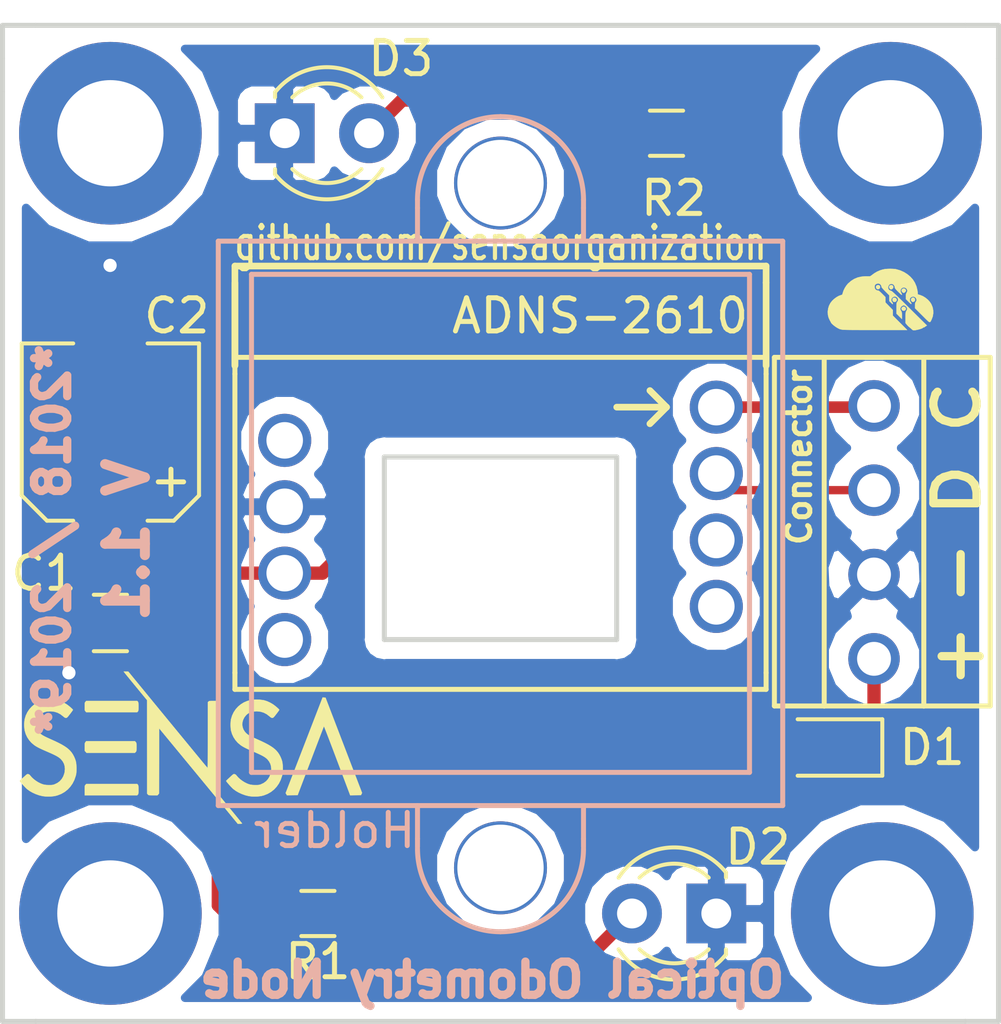
<source format=kicad_pcb>
(kicad_pcb (version 20171130) (host pcbnew 5.0.0-fee4fd1~66~ubuntu18.04.1)

  (general
    (thickness 1.6)
    (drawings 27)
    (tracks 40)
    (zones 0)
    (modules 16)
    (nets 8)
  )

  (page A4)
  (layers
    (0 F.Cu signal)
    (31 B.Cu signal)
    (32 B.Adhes user)
    (33 F.Adhes user)
    (34 B.Paste user)
    (35 F.Paste user)
    (36 B.SilkS user)
    (37 F.SilkS user)
    (38 B.Mask user hide)
    (39 F.Mask user)
    (40 Dwgs.User user)
    (41 Cmts.User user)
    (42 Eco1.User user)
    (43 Eco2.User user hide)
    (44 Edge.Cuts user)
    (45 Margin user)
    (46 B.CrtYd user hide)
    (47 F.CrtYd user hide)
    (48 B.Fab user)
    (49 F.Fab user hide)
  )

  (setup
    (last_trace_width 0.25)
    (user_trace_width 0.5)
    (user_trace_width 0.8)
    (user_trace_width 1)
    (user_trace_width 1.5)
    (trace_clearance 0.2)
    (zone_clearance 0.508)
    (zone_45_only no)
    (trace_min 0.2)
    (segment_width 0.2)
    (edge_width 0.15)
    (via_size 0.6)
    (via_drill 0.4)
    (via_min_size 0.4)
    (via_min_drill 0.3)
    (uvia_size 0.3)
    (uvia_drill 0.1)
    (uvias_allowed no)
    (uvia_min_size 0.2)
    (uvia_min_drill 0.1)
    (pcb_text_width 0.3)
    (pcb_text_size 1.5 1.5)
    (mod_edge_width 0.15)
    (mod_text_size 1 1)
    (mod_text_width 0.15)
    (pad_size 1.55 1.55)
    (pad_drill 1.02)
    (pad_to_mask_clearance 0.2)
    (aux_axis_origin 0 0)
    (grid_origin 0 0.5)
    (visible_elements FFFEF77F)
    (pcbplotparams
      (layerselection 0x00030_80000001)
      (usegerberextensions false)
      (usegerberattributes false)
      (usegerberadvancedattributes false)
      (creategerberjobfile false)
      (excludeedgelayer true)
      (linewidth 0.100000)
      (plotframeref false)
      (viasonmask false)
      (mode 1)
      (useauxorigin false)
      (hpglpennumber 1)
      (hpglpenspeed 20)
      (hpglpendiameter 15.000000)
      (psnegative false)
      (psa4output false)
      (plotreference true)
      (plotvalue true)
      (plotinvisibletext false)
      (padsonsilk false)
      (subtractmaskfromsilk false)
      (outputformat 1)
      (mirror false)
      (drillshape 1)
      (scaleselection 1)
      (outputdirectory ""))
  )

  (net 0 "")
  (net 1 "Net-(D2-Pad2)")
  (net 2 "Net-(D3-Pad2)")
  (net 3 "Net-(A1-Pad1)")
  (net 4 "Net-(A1-Pad2)")
  (net 5 "Net-(A1-Pad3)")
  (net 6 "Net-(A1-Pad4)")
  (net 7 "Net-(B1-Pad7)")

  (net_class Default "This is the default net class."
    (clearance 0.2)
    (trace_width 0.25)
    (via_dia 0.6)
    (via_drill 0.4)
    (uvia_dia 0.3)
    (uvia_drill 0.1)
    (add_net "Net-(A1-Pad1)")
    (add_net "Net-(A1-Pad2)")
    (add_net "Net-(A1-Pad3)")
    (add_net "Net-(A1-Pad4)")
    (add_net "Net-(B1-Pad7)")
    (add_net "Net-(D2-Pad2)")
    (add_net "Net-(D3-Pad2)")
  )

  (module Capacitors_SMD:CP_Elec_5x5.7 (layer F.Cu) (tedit 58AA8AEF) (tstamp 5B7E79B1)
    (at 156.25 81.5 90)
    (descr "SMT capacitor, aluminium electrolytic, 5x5.7")
    (path /5B7D2D3E)
    (attr smd)
    (fp_text reference C1 (at -4.25 -2 180) (layer F.SilkS)
      (effects (font (size 1 1) (thickness 0.15)))
    )
    (fp_text value "25V 10uf" (at 0 -3.92 90) (layer F.Fab)
      (effects (font (size 1 1) (thickness 0.15)))
    )
    (fp_line (start 3.95 2.76) (end -3.95 2.76) (layer F.CrtYd) (width 0.05))
    (fp_line (start 3.95 2.76) (end 3.95 -2.77) (layer F.CrtYd) (width 0.05))
    (fp_line (start -3.95 -2.77) (end -3.95 2.76) (layer F.CrtYd) (width 0.05))
    (fp_line (start -3.95 -2.77) (end 3.95 -2.77) (layer F.CrtYd) (width 0.05))
    (fp_line (start -1.91 2.67) (end 2.67 2.67) (layer F.SilkS) (width 0.12))
    (fp_line (start -2.67 1.91) (end -1.91 2.67) (layer F.SilkS) (width 0.12))
    (fp_line (start -1.91 -2.67) (end -2.67 -1.91) (layer F.SilkS) (width 0.12))
    (fp_line (start 2.67 -2.67) (end -1.91 -2.67) (layer F.SilkS) (width 0.12))
    (fp_line (start -2.67 1.91) (end -2.67 1.12) (layer F.SilkS) (width 0.12))
    (fp_line (start -2.67 -1.91) (end -2.67 -1.12) (layer F.SilkS) (width 0.12))
    (fp_line (start 2.67 -2.67) (end 2.67 -1.12) (layer F.SilkS) (width 0.12))
    (fp_line (start 2.67 2.67) (end 2.67 1.12) (layer F.SilkS) (width 0.12))
    (fp_line (start 2.51 -2.51) (end -1.84 -2.51) (layer F.Fab) (width 0.1))
    (fp_line (start -1.84 -2.51) (end -2.51 -1.84) (layer F.Fab) (width 0.1))
    (fp_line (start -2.51 -1.84) (end -2.51 1.84) (layer F.Fab) (width 0.1))
    (fp_line (start -2.51 1.84) (end -1.84 2.51) (layer F.Fab) (width 0.1))
    (fp_line (start -1.84 2.51) (end 2.51 2.51) (layer F.Fab) (width 0.1))
    (fp_line (start 2.51 2.51) (end 2.51 -2.51) (layer F.Fab) (width 0.1))
    (fp_text user %R (at 0 3.92 90) (layer F.Fab)
      (effects (font (size 1 1) (thickness 0.15)))
    )
    (fp_text user + (at -1.5 1.75 90) (layer F.SilkS)
      (effects (font (size 1 1) (thickness 0.15)))
    )
    (fp_text user + (at -1.4 -0.06 90) (layer F.Fab)
      (effects (font (size 1 1) (thickness 0.15)))
    )
    (fp_circle (center 0 0) (end 0 2.4) (layer F.Fab) (width 0.1))
    (pad 2 smd rect (at 2.2 0 270) (size 3 1.6) (layers F.Cu F.Paste F.Mask)
      (net 4 "Net-(A1-Pad2)"))
    (pad 1 smd rect (at -2.2 0 270) (size 3 1.6) (layers F.Cu F.Paste F.Mask)
      (net 7 "Net-(B1-Pad7)"))
    (model Capacitors_SMD.3dshapes/CP_Elec_5x5.7.wrl
      (at (xyz 0 0 0))
      (scale (xyz 1 1 1))
      (rotate (xyz 0 0 180))
    )
  )

  (module pcb_v1:Conection1 (layer F.Cu) (tedit 5B7E97F9) (tstamp 5B7E7CC7)
    (at 179.25 83.25 90)
    (path /5B7D04CE)
    (fp_text reference Connector (at 1 -2.25 90) (layer F.SilkS)
      (effects (font (size 0.7 0.7) (thickness 0.15)))
    )
    (fp_text value Conector (at -2 -2 90) (layer F.Fab)
      (effects (font (size 0.7 0.7) (thickness 0.15)))
    )
    (fp_line (start 4 -1) (end 4 1) (layer F.SilkS) (width 0.15))
    (fp_line (start 4 1) (end 4 1.5) (layer F.SilkS) (width 0.15))
    (fp_line (start 4 -1.5) (end 4 -1) (layer F.SilkS) (width 0.15))
    (fp_line (start -6.5 1.5) (end -6.5 -1.5) (layer F.SilkS) (width 0.15))
    (fp_line (start 4 -1.5) (end -6.5 -1.5) (layer F.SilkS) (width 0.15))
    (fp_line (start -6.5 1.5) (end 4 1.5) (layer F.SilkS) (width 0.15))
    (fp_line (start -6.5 1.5) (end -6.5 3.5) (layer F.SilkS) (width 0.15))
    (fp_line (start -6.5 3.5) (end 4 3.5) (layer F.SilkS) (width 0.15))
    (fp_line (start 4 3.5) (end 4 1.5) (layer F.SilkS) (width 0.15))
    (fp_text user + (at -5 2.5 90) (layer F.SilkS)
      (effects (font (size 1.5 1.5) (thickness 0.25)))
    )
    (fp_text user - (at -2.5 2.5 90) (layer F.SilkS)
      (effects (font (size 1.5 1.5) (thickness 0.25)))
    )
    (fp_text user D (at 0 2.5 270) (layer F.SilkS)
      (effects (font (size 1.3 1.5) (thickness 0.25)))
    )
    (fp_text user C (at 2.5 2.5 90) (layer F.SilkS)
      (effects (font (size 1.3 1.5) (thickness 0.25)))
    )
    (fp_line (start 4 -1.5) (end 4 -3) (layer F.SilkS) (width 0.15))
    (fp_line (start 4 -3) (end -6.5 -3) (layer F.SilkS) (width 0.15))
    (fp_line (start -6.5 -3) (end -6.5 -1.5) (layer F.SilkS) (width 0.15))
    (pad 1 thru_hole circle (at -5.08 0 90) (size 1.55 1.55) (drill 1.02) (layers *.Cu *.Mask)
      (net 3 "Net-(A1-Pad1)"))
    (pad 2 thru_hole circle (at -2.54 0 90) (size 1.55 1.55) (drill 1.02) (layers *.Cu *.Mask)
      (net 4 "Net-(A1-Pad2)"))
    (pad 3 thru_hole circle (at 0 0 90) (size 1.55 1.55) (drill 1.02) (layers *.Cu *.Mask)
      (net 5 "Net-(A1-Pad3)"))
    (pad 4 thru_hole circle (at 2.54 0 90) (size 1.55 1.55) (drill 1.02) (layers *.Cu *.Mask)
      (net 6 "Net-(A1-Pad4)"))
  )

  (module logo:sensa_logo_10x6 (layer F.Cu) (tedit 0) (tstamp 5B0323BC)
    (at 158.5 91)
    (fp_text reference G*** (at 0 0) (layer F.SilkS) hide
      (effects (font (size 1.524 1.524) (thickness 0.3)))
    )
    (fp_text value LOGO (at 0.75 0) (layer F.SilkS) hide
      (effects (font (size 1.524 1.524) (thickness 0.3)))
    )
    (fp_poly (pts (xy -1.171838 -1.625738) (xy -1.079848 -1.51352) (xy -0.980752 -1.392697) (xy -0.876567 -1.265723)
      (xy -0.769308 -1.135056) (xy -0.660994 -1.00315) (xy -0.55364 -0.872461) (xy -0.449265 -0.745445)
      (xy -0.349884 -0.624558) (xy -0.257515 -0.512256) (xy -0.174174 -0.410993) (xy -0.160866 -0.394831)
      (xy -0.083069 -0.300344) (xy -0.004545 -0.204957) (xy 0.073364 -0.110301) (xy 0.149317 -0.018003)
      (xy 0.221976 0.070306) (xy 0.289999 0.152997) (xy 0.352045 0.228441) (xy 0.406776 0.29501)
      (xy 0.452849 0.351073) (xy 0.488925 0.395001) (xy 0.491067 0.39761) (xy 0.535613 0.451675)
      (xy 0.576605 0.501022) (xy 0.612637 0.543988) (xy 0.642299 0.578912) (xy 0.664185 0.604129)
      (xy 0.676888 0.617978) (xy 0.67945 0.620147) (xy 0.680314 0.611046) (xy 0.681143 0.584357)
      (xy 0.68193 0.541305) (xy 0.682666 0.483116) (xy 0.683344 0.411017) (xy 0.683956 0.326232)
      (xy 0.684494 0.229989) (xy 0.684951 0.123513) (xy 0.685317 0.00803) (xy 0.685586 -0.115234)
      (xy 0.68575 -0.245053) (xy 0.6858 -0.369953) (xy 0.6858 -1.360794) (xy 0.705396 -1.381249)
      (xy 0.713745 -1.388936) (xy 0.72359 -1.394414) (xy 0.737751 -1.398056) (xy 0.759046 -1.400233)
      (xy 0.790296 -1.401316) (xy 0.834317 -1.401677) (xy 0.860553 -1.401704) (xy 0.911423 -1.401586)
      (xy 0.948151 -1.400969) (xy 0.973527 -1.399458) (xy 0.990342 -1.396659) (xy 1.001387 -1.392177)
      (xy 1.009453 -1.385618) (xy 1.014524 -1.379931) (xy 1.032934 -1.358158) (xy 1.033113 0.047644)
      (xy 1.033292 1.453445) (xy 1.372519 1.867246) (xy 1.433703 1.941919) (xy 1.491474 2.012499)
      (xy 1.544824 2.077751) (xy 1.592749 2.136442) (xy 1.634241 2.187337) (xy 1.668295 2.229202)
      (xy 1.693903 2.260804) (xy 1.710061 2.280907) (xy 1.715739 2.288228) (xy 1.709896 2.291559)
      (xy 1.690838 2.294069) (xy 1.662279 2.295334) (xy 1.652749 2.295408) (xy 1.585765 2.295408)
      (xy 1.259637 1.897945) (xy 1.202602 1.828461) (xy 1.141085 1.753574) (xy 1.074624 1.672721)
      (xy 1.002756 1.585339) (xy 0.925017 1.490867) (xy 0.840943 1.388741) (xy 0.750071 1.278399)
      (xy 0.651938 1.159279) (xy 0.546081 1.030819) (xy 0.432036 0.892456) (xy 0.30934 0.743628)
      (xy 0.177529 0.583772) (xy 0.03614 0.412326) (xy -0.11529 0.228728) (xy -0.277226 0.032416)
      (xy -0.450129 -0.177174) (xy -0.4572 -0.185746) (xy -0.783166 -0.580859) (xy -0.785322 0.402898)
      (xy -0.787478 1.386654) (xy -0.81019 1.412994) (xy -0.832901 1.439334) (xy -0.964204 1.439334)
      (xy -1.01399 1.439249) (xy -1.049777 1.438679) (xy -1.074498 1.437142) (xy -1.091086 1.434163)
      (xy -1.102475 1.429262) (xy -1.111599 1.42196) (xy -1.119253 1.414055) (xy -1.143 1.388776)
      (xy -1.143414 -0.018223) (xy -1.143829 -1.425222) (xy -1.461281 -1.810926) (xy -1.521665 -1.884346)
      (xy -1.579529 -1.954806) (xy -1.633692 -2.020862) (xy -1.682974 -2.081067) (xy -1.726193 -2.133977)
      (xy -1.762168 -2.178147) (xy -1.789718 -2.212132) (xy -1.807663 -2.234485) (xy -1.813022 -2.241315)
      (xy -1.84731 -2.286) (xy -1.712909 -2.286) (xy -1.171838 -1.625738)) (layer F.SilkS) (width 0.01))
    (fp_poly (pts (xy -4.031949 -1.4409) (xy -3.961811 -1.436789) (xy -3.89532 -1.429636) (xy -3.838159 -1.419817)
      (xy -3.822872 -1.4162) (xy -3.74096 -1.389106) (xy -3.655583 -1.350048) (xy -3.573445 -1.302104)
      (xy -3.571044 -1.300523) (xy -3.538405 -1.277584) (xy -3.502906 -1.250403) (xy -3.467301 -1.221373)
      (xy -3.434349 -1.192886) (xy -3.406803 -1.167337) (xy -3.387421 -1.147117) (xy -3.378957 -1.13462)
      (xy -3.3788 -1.133592) (xy -3.384035 -1.123619) (xy -3.398577 -1.102113) (xy -3.420559 -1.071682)
      (xy -3.448114 -1.03493) (xy -3.468086 -1.008944) (xy -3.501719 -0.96586) (xy -3.526598 -0.935091)
      (xy -3.544892 -0.914573) (xy -3.558769 -0.902243) (xy -3.570398 -0.896039) (xy -3.581946 -0.893897)
      (xy -3.589222 -0.893704) (xy -3.609169 -0.896294) (xy -3.629569 -0.905718) (xy -3.654856 -0.924455)
      (xy -3.674295 -0.941265) (xy -3.75605 -1.003935) (xy -3.841951 -1.049225) (xy -3.933784 -1.077818)
      (xy -4.033337 -1.090395) (xy -4.067471 -1.091147) (xy -4.153321 -1.086025) (xy -4.227102 -1.070247)
      (xy -4.29125 -1.042864) (xy -4.348203 -1.002929) (xy -4.384353 -0.967805) (xy -4.434094 -0.902323)
      (xy -4.468878 -0.83176) (xy -4.488687 -0.758199) (xy -4.493502 -0.683721) (xy -4.483303 -0.610407)
      (xy -4.458072 -0.540339) (xy -4.417789 -0.475599) (xy -4.389173 -0.442979) (xy -4.365697 -0.420349)
      (xy -4.341098 -0.399592) (xy -4.313393 -0.379586) (xy -4.280596 -0.359207) (xy -4.240724 -0.337332)
      (xy -4.191793 -0.312838) (xy -4.131817 -0.2846) (xy -4.058813 -0.251496) (xy -4.021666 -0.234927)
      (xy -3.903018 -0.180837) (xy -3.799415 -0.130411) (xy -3.709509 -0.082603) (xy -3.631949 -0.036369)
      (xy -3.565387 0.009339) (xy -3.508475 0.055566) (xy -3.459863 0.103357) (xy -3.418202 0.153759)
      (xy -3.382143 0.207816) (xy -3.350337 0.266576) (xy -3.336376 0.296334) (xy -3.312134 0.354954)
      (xy -3.294657 0.409901) (xy -3.283025 0.466195) (xy -3.276319 0.528856) (xy -3.273618 0.602902)
      (xy -3.273459 0.639704) (xy -3.273968 0.696934) (xy -3.275495 0.740499) (xy -3.278581 0.775538)
      (xy -3.283764 0.807194) (xy -3.291586 0.840608) (xy -3.296487 0.858967) (xy -3.337305 0.977201)
      (xy -3.39185 1.085008) (xy -3.459299 1.181582) (xy -3.538827 1.266117) (xy -3.62961 1.337809)
      (xy -3.730825 1.395853) (xy -3.841647 1.439443) (xy -3.909106 1.457584) (xy -3.9734 1.46829)
      (xy -4.048247 1.474526) (xy -4.127737 1.476219) (xy -4.205959 1.473298) (xy -4.277003 1.465689)
      (xy -4.296833 1.462332) (xy -4.396769 1.437915) (xy -4.49703 1.402882) (xy -4.593384 1.359161)
      (xy -4.681598 1.308681) (xy -4.75744 1.253367) (xy -4.759619 1.251536) (xy -4.782811 1.230333)
      (xy -4.811473 1.2017) (xy -4.843357 1.168174) (xy -4.876217 1.132294) (xy -4.907808 1.096594)
      (xy -4.935882 1.063613) (xy -4.958194 1.035888) (xy -4.972498 1.015955) (xy -4.9766 1.006478)
      (xy -4.969595 0.998416) (xy -4.951751 0.980503) (xy -4.925274 0.954883) (xy -4.892372 0.923698)
      (xy -4.865772 0.898844) (xy -4.825788 0.861855) (xy -4.796343 0.835388) (xy -4.775031 0.817835)
      (xy -4.759448 0.807588) (xy -4.747189 0.803037) (xy -4.735847 0.802576) (xy -4.724431 0.804328)
      (xy -4.70025 0.812645) (xy -4.678728 0.830176) (xy -4.65999 0.853218) (xy -4.617704 0.90224)
      (xy -4.5634 0.952475) (xy -4.501437 1.000345) (xy -4.436171 1.042271) (xy -4.416535 1.053188)
      (xy -4.352612 1.085125) (xy -4.295963 1.107592) (xy -4.240784 1.122062) (xy -4.181269 1.130009)
      (xy -4.111616 1.132905) (xy -4.1021 1.132984) (xy -4.052824 1.13275) (xy -4.015665 1.131009)
      (xy -3.985826 1.127149) (xy -3.958512 1.120557) (xy -3.929993 1.111012) (xy -3.847392 1.071968)
      (xy -3.77618 1.019523) (xy -3.717081 0.954552) (xy -3.670815 0.877933) (xy -3.638107 0.790544)
      (xy -3.627081 0.743185) (xy -3.617244 0.653037) (xy -3.623302 0.569284) (xy -3.645365 0.491518)
      (xy -3.683541 0.41933) (xy -3.728258 0.362576) (xy -3.754087 0.336676) (xy -3.783566 0.311883)
      (xy -3.818412 0.287234) (xy -3.860342 0.261769) (xy -3.911072 0.234524) (xy -3.972318 0.204538)
      (xy -4.045797 0.170848) (xy -4.133226 0.132493) (xy -4.157133 0.122205) (xy -4.243342 0.084767)
      (xy -4.315681 0.052261) (xy -4.376319 0.023583) (xy -4.427426 -0.002367) (xy -4.471172 -0.026693)
      (xy -4.509726 -0.050495) (xy -4.545257 -0.074876) (xy -4.545467 -0.075027) (xy -4.625933 -0.142993)
      (xy -4.696031 -0.222498) (xy -4.754191 -0.311092) (xy -4.798842 -0.406328) (xy -4.828415 -0.505757)
      (xy -4.831513 -0.521196) (xy -4.839393 -0.580833) (xy -4.843257 -0.649783) (xy -4.843143 -0.721389)
      (xy -4.83909 -0.788996) (xy -4.831137 -0.845946) (xy -4.829595 -0.853222) (xy -4.797061 -0.960437)
      (xy -4.749996 -1.05977) (xy -4.68967 -1.150112) (xy -4.617351 -1.230355) (xy -4.534309 -1.299387)
      (xy -4.441812 -1.3561) (xy -4.341128 -1.399383) (xy -4.233527 -1.428127) (xy -4.160424 -1.438494)
      (xy -4.100047 -1.441593) (xy -4.031949 -1.4409)) (layer F.SilkS) (width 0.01))
    (fp_poly (pts (xy 2.182585 -1.4409) (xy 2.252722 -1.436789) (xy 2.319213 -1.429636) (xy 2.376374 -1.419817)
      (xy 2.391661 -1.4162) (xy 2.473573 -1.389106) (xy 2.55895 -1.350048) (xy 2.641088 -1.302104)
      (xy 2.64349 -1.300523) (xy 2.676128 -1.277584) (xy 2.711628 -1.250403) (xy 2.747232 -1.221373)
      (xy 2.780185 -1.192886) (xy 2.80773 -1.167337) (xy 2.827113 -1.147117) (xy 2.835576 -1.13462)
      (xy 2.835733 -1.133592) (xy 2.830498 -1.123619) (xy 2.815957 -1.102113) (xy 2.793975 -1.071682)
      (xy 2.766419 -1.03493) (xy 2.746448 -1.008944) (xy 2.712814 -0.96586) (xy 2.687935 -0.935091)
      (xy 2.669641 -0.914573) (xy 2.655764 -0.902243) (xy 2.644136 -0.896039) (xy 2.632587 -0.893897)
      (xy 2.625311 -0.893704) (xy 2.605365 -0.896294) (xy 2.584965 -0.905718) (xy 2.559677 -0.924455)
      (xy 2.540238 -0.941265) (xy 2.458483 -1.003935) (xy 2.372582 -1.049225) (xy 2.280749 -1.077818)
      (xy 2.181196 -1.090395) (xy 2.147062 -1.091147) (xy 2.061213 -1.086025) (xy 1.987432 -1.070247)
      (xy 1.923283 -1.042864) (xy 1.86633 -1.002929) (xy 1.83018 -0.967805) (xy 1.78044 -0.902323)
      (xy 1.745655 -0.83176) (xy 1.725846 -0.758199) (xy 1.721031 -0.683721) (xy 1.73123 -0.610407)
      (xy 1.756462 -0.540339) (xy 1.796745 -0.475599) (xy 1.825361 -0.442979) (xy 1.848837 -0.420349)
      (xy 1.873435 -0.399592) (xy 1.901141 -0.379586) (xy 1.933937 -0.359207) (xy 1.973809 -0.337332)
      (xy 2.022741 -0.312838) (xy 2.082716 -0.2846) (xy 2.15572 -0.251496) (xy 2.192867 -0.234927)
      (xy 2.311515 -0.180837) (xy 2.415118 -0.130411) (xy 2.505025 -0.082603) (xy 2.582584 -0.036369)
      (xy 2.649146 0.009339) (xy 2.706058 0.055566) (xy 2.75467 0.103357) (xy 2.796331 0.153759)
      (xy 2.83239 0.207816) (xy 2.864196 0.266576) (xy 2.878157 0.296334) (xy 2.902399 0.354954)
      (xy 2.919876 0.409901) (xy 2.931508 0.466195) (xy 2.938215 0.528856) (xy 2.940916 0.602902)
      (xy 2.941074 0.639704) (xy 2.940565 0.696934) (xy 2.939038 0.740499) (xy 2.935953 0.775538)
      (xy 2.930769 0.807194) (xy 2.922948 0.840608) (xy 2.918047 0.858967) (xy 2.877228 0.977201)
      (xy 2.822683 1.085008) (xy 2.755235 1.181582) (xy 2.675707 1.266117) (xy 2.584924 1.337809)
      (xy 2.483709 1.395853) (xy 2.372886 1.439443) (xy 2.305427 1.457584) (xy 2.241133 1.46829)
      (xy 2.166286 1.474526) (xy 2.086796 1.476219) (xy 2.008574 1.473298) (xy 1.93753 1.465689)
      (xy 1.9177 1.462332) (xy 1.817764 1.437915) (xy 1.717503 1.402882) (xy 1.62115 1.359161)
      (xy 1.532936 1.308681) (xy 1.457093 1.253367) (xy 1.454914 1.251536) (xy 1.431722 1.230333)
      (xy 1.403061 1.2017) (xy 1.371176 1.168174) (xy 1.338316 1.132294) (xy 1.306725 1.096594)
      (xy 1.278651 1.063613) (xy 1.256339 1.035888) (xy 1.242035 1.015955) (xy 1.237933 1.006478)
      (xy 1.244938 0.998416) (xy 1.262783 0.980503) (xy 1.28926 0.954883) (xy 1.322162 0.923698)
      (xy 1.348762 0.898844) (xy 1.388745 0.861855) (xy 1.418191 0.835388) (xy 1.439502 0.817835)
      (xy 1.455085 0.807588) (xy 1.467345 0.803037) (xy 1.478686 0.802576) (xy 1.490102 0.804328)
      (xy 1.514283 0.812645) (xy 1.535805 0.830176) (xy 1.554543 0.853218) (xy 1.596829 0.90224)
      (xy 1.651133 0.952475) (xy 1.713096 1.000345) (xy 1.778362 1.042271) (xy 1.797999 1.053188)
      (xy 1.861922 1.085125) (xy 1.91857 1.107592) (xy 1.97375 1.122062) (xy 2.033264 1.130009)
      (xy 2.102917 1.132905) (xy 2.112433 1.132984) (xy 2.16171 1.13275) (xy 2.198869 1.131009)
      (xy 2.228707 1.127149) (xy 2.256022 1.120557) (xy 2.28454 1.111012) (xy 2.367141 1.071968)
      (xy 2.438353 1.019523) (xy 2.497452 0.954552) (xy 2.543718 0.877933) (xy 2.576427 0.790544)
      (xy 2.587452 0.743185) (xy 2.59729 0.653037) (xy 2.591231 0.569284) (xy 2.569168 0.491518)
      (xy 2.530992 0.41933) (xy 2.486276 0.362576) (xy 2.460447 0.336676) (xy 2.430967 0.311883)
      (xy 2.396121 0.287234) (xy 2.354191 0.261769) (xy 2.303462 0.234524) (xy 2.242216 0.204538)
      (xy 2.168736 0.170848) (xy 2.081307 0.132493) (xy 2.0574 0.122205) (xy 1.971191 0.084767)
      (xy 1.898853 0.052261) (xy 1.838214 0.023583) (xy 1.787107 -0.002367) (xy 1.743361 -0.026693)
      (xy 1.704807 -0.050495) (xy 1.669276 -0.074876) (xy 1.669066 -0.075027) (xy 1.5886 -0.142993)
      (xy 1.518502 -0.222498) (xy 1.460343 -0.311092) (xy 1.415691 -0.406328) (xy 1.386118 -0.505757)
      (xy 1.383021 -0.521196) (xy 1.375141 -0.580833) (xy 1.371277 -0.649783) (xy 1.37139 -0.721389)
      (xy 1.375443 -0.788996) (xy 1.383397 -0.845946) (xy 1.384938 -0.853222) (xy 1.417473 -0.960437)
      (xy 1.464538 -1.05977) (xy 1.524863 -1.150112) (xy 1.597182 -1.230355) (xy 1.680224 -1.299387)
      (xy 1.772721 -1.3561) (xy 1.873405 -1.399383) (xy 1.981007 -1.428127) (xy 2.05411 -1.438494)
      (xy 2.114486 -1.441593) (xy 2.182585 -1.4409)) (layer F.SilkS) (width 0.01))
    (fp_poly (pts (xy -1.423876 1.12244) (xy -1.416417 1.132604) (xy -1.411293 1.144687) (xy -1.408068 1.16219)
      (xy -1.406312 1.188616) (xy -1.40559 1.227466) (xy -1.405467 1.271318) (xy -1.405625 1.322737)
      (xy -1.406408 1.358804) (xy -1.408274 1.38298) (xy -1.411683 1.398727) (xy -1.417095 1.409507)
      (xy -1.424969 1.418782) (xy -1.425062 1.418879) (xy -1.444658 1.439334) (xy -3.0226 1.439334)
      (xy -3.0226 1.296385) (xy -3.022519 1.241699) (xy -3.021981 1.202522) (xy -3.020541 1.17555)
      (xy -3.017756 1.157478) (xy -3.013181 1.145) (xy -3.006373 1.134813) (xy -2.999849 1.127052)
      (xy -2.977098 1.100667) (xy -1.442285 1.100667) (xy -1.423876 1.12244)) (layer F.SilkS) (width 0.01))
    (fp_poly (pts (xy 4.185799 -1.503263) (xy 4.228189 -1.500481) (xy 4.778218 -0.066489) (xy 5.328247 1.367504)
      (xy 5.295883 1.43463) (xy 4.974167 1.43964) (xy 4.581042 0.395096) (xy 4.530913 0.262098)
      (xy 4.482535 0.134125) (xy 4.436311 0.012228) (xy 4.392646 -0.102544) (xy 4.351946 -0.209138)
      (xy 4.314613 -0.306505) (xy 4.281054 -0.393594) (xy 4.251673 -0.469354) (xy 4.226873 -0.532735)
      (xy 4.207061 -0.582686) (xy 4.192639 -0.618156) (xy 4.184014 -0.638095) (xy 4.181591 -0.642224)
      (xy 4.177548 -0.632794) (xy 4.167338 -0.607099) (xy 4.151373 -0.566211) (xy 4.130065 -0.511203)
      (xy 4.103824 -0.443145) (xy 4.073062 -0.363111) (xy 4.038189 -0.272172) (xy 3.999618 -0.1714)
      (xy 3.957759 -0.061869) (xy 3.913024 0.055351) (xy 3.865824 0.179187) (xy 3.816571 0.308566)
      (xy 3.781867 0.399815) (xy 3.38847 1.43463) (xy 3.228818 1.437015) (xy 3.069167 1.4394)
      (xy 3.049885 1.40618) (xy 3.030604 1.37296) (xy 3.587006 -0.066542) (xy 4.143408 -1.506045)
      (xy 4.185799 -1.503263)) (layer F.SilkS) (width 0.01))
    (fp_poly (pts (xy -1.48848 -0.162869) (xy -1.478837 -0.152068) (xy -1.472238 -0.141433) (xy -1.468105 -0.127347)
      (xy -1.465862 -0.106195) (xy -1.464931 -0.074361) (xy -1.464735 -0.028227) (xy -1.464733 -0.014111)
      (xy -1.464836 0.036141) (xy -1.465531 0.071194) (xy -1.467394 0.094665) (xy -1.471002 0.11017)
      (xy -1.476934 0.121326) (xy -1.485766 0.131748) (xy -1.48848 0.134648) (xy -1.512226 0.159926)
      (xy -2.968478 0.159926) (xy -3.0226 0.097882) (xy -3.0226 -0.016189) (xy -3.022409 -0.064598)
      (xy -3.021431 -0.098165) (xy -3.019057 -0.120859) (xy -3.014678 -0.136651) (xy -3.007686 -0.149513)
      (xy -3.000681 -0.159204) (xy -2.978761 -0.188148) (xy -1.512226 -0.188148) (xy -1.48848 -0.162869)) (layer F.SilkS) (width 0.01))
    (fp_poly (pts (xy -1.423876 -1.379931) (xy -1.416417 -1.369766) (xy -1.411293 -1.357684) (xy -1.408068 -1.34018)
      (xy -1.406312 -1.313754) (xy -1.40559 -1.274904) (xy -1.405467 -1.231052) (xy -1.405625 -1.179633)
      (xy -1.406408 -1.143567) (xy -1.408274 -1.11939) (xy -1.411683 -1.103643) (xy -1.417095 -1.092863)
      (xy -1.424969 -1.083588) (xy -1.425062 -1.083492) (xy -1.444658 -1.063037) (xy -2.977098 -1.063037)
      (xy -2.999849 -1.089422) (xy -3.009335 -1.101187) (xy -3.015733 -1.112975) (xy -3.019652 -1.1286)
      (xy -3.021698 -1.151876) (xy -3.022478 -1.186618) (xy -3.0226 -1.23237) (xy -3.022451 -1.281142)
      (xy -3.021598 -1.314914) (xy -3.019436 -1.337499) (xy -3.015356 -1.352713) (xy -3.008751 -1.36437)
      (xy -2.999849 -1.375318) (xy -2.977098 -1.401704) (xy -1.442285 -1.401704) (xy -1.423876 -1.379931)) (layer F.SilkS) (width 0.01))
  )

  (module pcb_v1:ADNS-2610 (layer F.Cu) (tedit 5B7E7EFB) (tstamp 5B7E720D)
    (at 168 86.75)
    (path /5B7C7623)
    (fp_text reference ADNS-2610 (at 3 -8.75) (layer F.SilkS)
      (effects (font (size 1 1) (thickness 0.15)))
    )
    (fp_text value ADNS2610 (at 0 1) (layer F.Fab)
      (effects (font (size 1 1) (thickness 0.15)))
    )
    (fp_line (start 8 2) (end 8 2.5) (layer F.SilkS) (width 0.15))
    (fp_line (start 8 2.5) (end -8 2.5) (layer F.SilkS) (width 0.15))
    (fp_line (start -8 2.5) (end -8 2) (layer F.SilkS) (width 0.15))
    (fp_line (start 8 -7) (end 8 -7.5) (layer F.SilkS) (width 0.15))
    (fp_line (start 8 -7.5) (end -8 -7.5) (layer F.SilkS) (width 0.15))
    (fp_line (start -8 -7.5) (end -8 -7) (layer F.SilkS) (width 0.15))
    (fp_line (start -8 2) (end -8 -7) (layer F.SilkS) (width 0.15))
    (fp_line (start 8 -7) (end 8 2) (layer F.SilkS) (width 0.15))
    (pad 8 thru_hole circle (at -6.5 1) (size 1.6 1.6) (drill 1.1) (layers *.Cu *.Mask))
    (pad 7 thru_hole circle (at -6.5 -1) (size 1.6 1.6) (drill 1.1) (layers *.Cu *.Mask)
      (net 7 "Net-(B1-Pad7)"))
    (pad 6 thru_hole oval (at -6.5 -3) (size 1.6 1.6) (drill 1.1) (layers *.Cu *.Mask)
      (net 4 "Net-(A1-Pad2)"))
    (pad 5 thru_hole circle (at -6.5 -5) (size 1.6 1.6) (drill 1.1) (layers *.Cu *.Mask))
    (pad 1 thru_hole circle (at 6.5 0) (size 1.6 1.6) (drill 1.1) (layers *.Cu *.Mask))
    (pad 2 thru_hole circle (at 6.5 -2) (size 1.6 1.6) (drill 1.1) (layers *.Cu *.Mask))
    (pad 3 thru_hole circle (at 6.5 -4) (size 1.6 1.6) (drill 1.1) (layers *.Cu *.Mask)
      (net 5 "Net-(A1-Pad3)"))
    (pad 4 thru_hole circle (at 6.5 -6) (size 1.6 1.6) (drill 1.1) (layers *.Cu *.Mask)
      (net 6 "Net-(A1-Pad4)"))
  )

  (module Mounting_Holes:MountingHole_3.2mm_M3_ISO14580_Pad (layer F.Cu) (tedit 5B7E7054) (tstamp 5B7E6E72)
    (at 156.25 96)
    (descr "Mounting Hole 3.2mm, M3, ISO14580")
    (tags "mounting hole 3.2mm m3 iso14580")
    (path /5B7E3F90)
    (attr virtual)
    (fp_text reference "" (at 0 -3.75) (layer F.SilkS)
      (effects (font (size 1 1) (thickness 0.15)))
    )
    (fp_text value MountingHole (at 0 3.75) (layer F.Fab)
      (effects (font (size 1 1) (thickness 0.15)))
    )
    (fp_circle (center 0 0) (end 3 0) (layer F.CrtYd) (width 0.05))
    (fp_circle (center 0 0) (end 2.75 0) (layer Cmts.User) (width 0.15))
    (fp_text user %R (at 0.3 0) (layer F.Fab)
      (effects (font (size 1 1) (thickness 0.15)))
    )
    (pad 1 thru_hole circle (at 0 0) (size 5.5 5.5) (drill 3.2) (layers *.Cu *.Mask))
  )

  (module Mounting_Holes:MountingHole_3.2mm_M3_ISO14580_Pad (layer F.Cu) (tedit 5B7E704C) (tstamp 5B7E6E7A)
    (at 179.5 96)
    (descr "Mounting Hole 3.2mm, M3, ISO14580")
    (tags "mounting hole 3.2mm m3 iso14580")
    (path /5B7E5E2F)
    (attr virtual)
    (fp_text reference "" (at 0 -3.75) (layer F.SilkS)
      (effects (font (size 1 1) (thickness 0.15)))
    )
    (fp_text value MountingHole (at 0 3.75) (layer F.Fab)
      (effects (font (size 1 1) (thickness 0.15)))
    )
    (fp_text user %R (at 0.3 0) (layer F.Fab)
      (effects (font (size 1 1) (thickness 0.15)))
    )
    (fp_circle (center 0 0) (end 2.75 0) (layer Cmts.User) (width 0.15))
    (fp_circle (center 0 0) (end 3 0) (layer F.CrtYd) (width 0.05))
    (pad 1 thru_hole circle (at 0 0) (size 5.5 5.5) (drill 3.2) (layers *.Cu *.Mask))
  )

  (module Mounting_Holes:MountingHole_3.2mm_M3_ISO14580_Pad (layer F.Cu) (tedit 5B7E7058) (tstamp 5B7E6E82)
    (at 156.25 72.5)
    (descr "Mounting Hole 3.2mm, M3, ISO14580")
    (tags "mounting hole 3.2mm m3 iso14580")
    (path /5B7E5ED5)
    (attr virtual)
    (fp_text reference "" (at 0 -3.75) (layer F.SilkS)
      (effects (font (size 1 1) (thickness 0.15)))
    )
    (fp_text value MountingHole (at 0 3.75) (layer F.Fab)
      (effects (font (size 1 1) (thickness 0.15)))
    )
    (fp_circle (center 0 0) (end 3 0) (layer F.CrtYd) (width 0.05))
    (fp_circle (center 0 0) (end 2.75 0) (layer Cmts.User) (width 0.15))
    (fp_text user %R (at 0.3 0) (layer F.Fab)
      (effects (font (size 1 1) (thickness 0.15)))
    )
    (pad 1 thru_hole circle (at 0 0) (size 5.5 5.5) (drill 3.2) (layers *.Cu *.Mask))
  )

  (module Mounting_Holes:MountingHole_3.2mm_M3_ISO14580_Pad (layer F.Cu) (tedit 5B7E705C) (tstamp 5B7E6E8A)
    (at 179.75 72.5)
    (descr "Mounting Hole 3.2mm, M3, ISO14580")
    (tags "mounting hole 3.2mm m3 iso14580")
    (path /5B7E5F05)
    (attr virtual)
    (fp_text reference "" (at 0 -3.75) (layer F.SilkS)
      (effects (font (size 1 1) (thickness 0.15)))
    )
    (fp_text value MountingHole (at 0 3.75) (layer F.Fab)
      (effects (font (size 1 1) (thickness 0.15)))
    )
    (fp_text user %R (at 0.3 0) (layer F.Fab)
      (effects (font (size 1 1) (thickness 0.15)))
    )
    (fp_circle (center 0 0) (end 2.75 0) (layer Cmts.User) (width 0.15))
    (fp_circle (center 0 0) (end 3 0) (layer F.CrtYd) (width 0.05))
    (pad 1 thru_hole circle (at 0 0) (size 5.5 5.5) (drill 3.2) (layers *.Cu *.Mask))
  )

  (module pcb_v1:Holder1 (layer F.Cu) (tedit 5B7E6F39) (tstamp 5B7E6EA4)
    (at 168 81.75)
    (path /5B7CEA4F)
    (fp_text reference "" (at 1 -3.75) (layer F.SilkS)
      (effects (font (size 1 1) (thickness 0.15)))
    )
    (fp_text value Holder (at -5 11.75) (layer B.SilkS)
      (effects (font (size 1 1) (thickness 0.15)) (justify mirror))
    )
    (fp_arc (start 0 12.3) (end 2.5 12.3) (angle 90) (layer B.SilkS) (width 0.15))
    (fp_arc (start 0 12.3) (end 0 14.8) (angle 90) (layer B.SilkS) (width 0.15))
    (fp_arc (start 0 -7.25) (end -2.5 -7.25) (angle 90) (layer B.SilkS) (width 0.15))
    (fp_arc (start 0 -7.25) (end 0 -9.75) (angle 90) (layer B.SilkS) (width 0.15))
    (fp_line (start -7.5 -5) (end 7.5 -5) (layer B.SilkS) (width 0.15))
    (fp_line (start 7.5 -5) (end 7.5 10) (layer B.SilkS) (width 0.15))
    (fp_line (start 7.5 10) (end -7.5 10) (layer B.SilkS) (width 0.15))
    (fp_line (start -7.5 10) (end -7.5 -5) (layer B.SilkS) (width 0.15))
    (fp_line (start 8.5 11) (end 8.5 -6) (layer B.SilkS) (width 0.15))
    (fp_line (start 8.5 -6) (end -8.5 -6) (layer B.SilkS) (width 0.15))
    (fp_line (start -8.5 -6) (end -8.5 11) (layer B.SilkS) (width 0.15))
    (fp_line (start -8.5 11) (end 8.5 11) (layer B.SilkS) (width 0.15))
    (fp_line (start 2.5 11) (end 2.5 12) (layer B.SilkS) (width 0.15))
    (fp_line (start -2.5 11) (end -2.5 12) (layer B.SilkS) (width 0.15))
    (fp_line (start 2.5 -6) (end 2.5 -7) (layer B.SilkS) (width 0.15))
    (fp_line (start -2.5 -6) (end -2.5 -7) (layer B.SilkS) (width 0.15))
    (fp_line (start 2.5 12.25) (end 2.5 12) (layer B.SilkS) (width 0.15))
    (fp_line (start -2.5 12.25) (end -2.5 12) (layer B.SilkS) (width 0.15))
    (fp_line (start -2.5 -7.25) (end -2.5 -7) (layer B.SilkS) (width 0.15))
    (fp_line (start 2.5 -7.25) (end 2.5 -7) (layer B.SilkS) (width 0.15))
    (pad 1 thru_hole circle (at 0 12.875) (size 2.8 2.8) (drill 2.6) (layers *.Cu *.Mask))
    (pad 2 thru_hole circle (at 0 -7.75) (size 2.8 2.8) (drill 2.6) (layers *.Cu *.Mask))
  )

  (module Capacitors_SMD:C_0805_HandSoldering (layer F.Cu) (tedit 58AA84A8) (tstamp 5B7E79C2)
    (at 156.25 87.25 180)
    (descr "Capacitor SMD 0805, hand soldering")
    (tags "capacitor 0805")
    (path /5B7D2E0A)
    (attr smd)
    (fp_text reference C2 (at -2 9.25 180) (layer F.SilkS)
      (effects (font (size 1 1) (thickness 0.15)))
    )
    (fp_text value "25V 10uf" (at 0 1.75 180) (layer F.Fab)
      (effects (font (size 1 1) (thickness 0.15)))
    )
    (fp_line (start 2.25 0.87) (end -2.25 0.87) (layer F.CrtYd) (width 0.05))
    (fp_line (start 2.25 0.87) (end 2.25 -0.88) (layer F.CrtYd) (width 0.05))
    (fp_line (start -2.25 -0.88) (end -2.25 0.87) (layer F.CrtYd) (width 0.05))
    (fp_line (start -2.25 -0.88) (end 2.25 -0.88) (layer F.CrtYd) (width 0.05))
    (fp_line (start -0.5 0.85) (end 0.5 0.85) (layer F.SilkS) (width 0.12))
    (fp_line (start 0.5 -0.85) (end -0.5 -0.85) (layer F.SilkS) (width 0.12))
    (fp_line (start -1 -0.62) (end 1 -0.62) (layer F.Fab) (width 0.1))
    (fp_line (start 1 -0.62) (end 1 0.62) (layer F.Fab) (width 0.1))
    (fp_line (start 1 0.62) (end -1 0.62) (layer F.Fab) (width 0.1))
    (fp_line (start -1 0.62) (end -1 -0.62) (layer F.Fab) (width 0.1))
    (fp_text user %R (at 0 -1.75 180) (layer F.Fab)
      (effects (font (size 1 1) (thickness 0.15)))
    )
    (pad 2 smd rect (at 1.25 0 180) (size 1.5 1.25) (layers F.Cu F.Paste F.Mask)
      (net 4 "Net-(A1-Pad2)"))
    (pad 1 smd rect (at -1.25 0 180) (size 1.5 1.25) (layers F.Cu F.Paste F.Mask)
      (net 7 "Net-(B1-Pad7)"))
    (model Capacitors_SMD.3dshapes/C_0805.wrl
      (at (xyz 0 0 0))
      (scale (xyz 1 1 1))
      (rotate (xyz 0 0 0))
    )
  )

  (module Diodes_SMD:D_SOD-323F (layer F.Cu) (tedit 590A48EB) (tstamp 5B7E79DA)
    (at 178 91 180)
    (descr "SOD-323F http://www.nxp.com/documents/outline_drawing/SOD323F.pdf")
    (tags SOD-323F)
    (path /5B7D0D3A)
    (attr smd)
    (fp_text reference D1 (at -3 0 180) (layer F.SilkS)
      (effects (font (size 1 1) (thickness 0.15)))
    )
    (fp_text value DIODE (at 0.1 1.9 180) (layer F.Fab)
      (effects (font (size 1 1) (thickness 0.15)))
    )
    (fp_line (start -1.5 -0.85) (end 1.05 -0.85) (layer F.SilkS) (width 0.12))
    (fp_line (start -1.5 0.85) (end 1.05 0.85) (layer F.SilkS) (width 0.12))
    (fp_line (start -1.6 -0.95) (end -1.6 0.95) (layer F.CrtYd) (width 0.05))
    (fp_line (start -1.6 0.95) (end 1.6 0.95) (layer F.CrtYd) (width 0.05))
    (fp_line (start 1.6 -0.95) (end 1.6 0.95) (layer F.CrtYd) (width 0.05))
    (fp_line (start -1.6 -0.95) (end 1.6 -0.95) (layer F.CrtYd) (width 0.05))
    (fp_line (start -0.9 -0.7) (end 0.9 -0.7) (layer F.Fab) (width 0.1))
    (fp_line (start 0.9 -0.7) (end 0.9 0.7) (layer F.Fab) (width 0.1))
    (fp_line (start 0.9 0.7) (end -0.9 0.7) (layer F.Fab) (width 0.1))
    (fp_line (start -0.9 0.7) (end -0.9 -0.7) (layer F.Fab) (width 0.1))
    (fp_line (start -0.3 -0.35) (end -0.3 0.35) (layer F.Fab) (width 0.1))
    (fp_line (start -0.3 0) (end -0.5 0) (layer F.Fab) (width 0.1))
    (fp_line (start -0.3 0) (end 0.2 -0.35) (layer F.Fab) (width 0.1))
    (fp_line (start 0.2 -0.35) (end 0.2 0.35) (layer F.Fab) (width 0.1))
    (fp_line (start 0.2 0.35) (end -0.3 0) (layer F.Fab) (width 0.1))
    (fp_line (start 0.2 0) (end 0.45 0) (layer F.Fab) (width 0.1))
    (fp_line (start -1.5 -0.85) (end -1.5 0.85) (layer F.SilkS) (width 0.12))
    (fp_text user %R (at 0 -1.85 180) (layer F.Fab)
      (effects (font (size 1 1) (thickness 0.15)))
    )
    (pad 2 smd rect (at 1.1 0 180) (size 0.5 0.5) (layers F.Cu F.Paste F.Mask)
      (net 7 "Net-(B1-Pad7)"))
    (pad 1 smd rect (at -1.1 0 180) (size 0.5 0.5) (layers F.Cu F.Paste F.Mask)
      (net 3 "Net-(A1-Pad1)"))
    (model ${KISYS3DMOD}/Diodes_SMD.3dshapes/D_SOD-323F.wrl
      (at (xyz 0 0 0))
      (scale (xyz 1 1 1))
      (rotate (xyz 0 0 0))
    )
  )

  (module LEDs:LED_D3.0mm (layer F.Cu) (tedit 587A3A7B) (tstamp 5B7E79ED)
    (at 174.5 96 180)
    (descr "LED, diameter 3.0mm, 2 pins")
    (tags "LED diameter 3.0mm 2 pins")
    (path /5B7DE4BF)
    (fp_text reference D2 (at -1.25 2 180) (layer F.SilkS)
      (effects (font (size 1 1) (thickness 0.15)))
    )
    (fp_text value LED (at 1.27 2.96 180) (layer F.Fab)
      (effects (font (size 1 1) (thickness 0.15)))
    )
    (fp_line (start 3.7 -2.25) (end -1.15 -2.25) (layer F.CrtYd) (width 0.05))
    (fp_line (start 3.7 2.25) (end 3.7 -2.25) (layer F.CrtYd) (width 0.05))
    (fp_line (start -1.15 2.25) (end 3.7 2.25) (layer F.CrtYd) (width 0.05))
    (fp_line (start -1.15 -2.25) (end -1.15 2.25) (layer F.CrtYd) (width 0.05))
    (fp_line (start -0.29 1.08) (end -0.29 1.236) (layer F.SilkS) (width 0.12))
    (fp_line (start -0.29 -1.236) (end -0.29 -1.08) (layer F.SilkS) (width 0.12))
    (fp_line (start -0.23 -1.16619) (end -0.23 1.16619) (layer F.Fab) (width 0.1))
    (fp_circle (center 1.27 0) (end 2.77 0) (layer F.Fab) (width 0.1))
    (fp_arc (start 1.27 0) (end 0.229039 1.08) (angle -87.9) (layer F.SilkS) (width 0.12))
    (fp_arc (start 1.27 0) (end 0.229039 -1.08) (angle 87.9) (layer F.SilkS) (width 0.12))
    (fp_arc (start 1.27 0) (end -0.29 1.235516) (angle -108.8) (layer F.SilkS) (width 0.12))
    (fp_arc (start 1.27 0) (end -0.29 -1.235516) (angle 108.8) (layer F.SilkS) (width 0.12))
    (fp_arc (start 1.27 0) (end -0.23 -1.16619) (angle 284.3) (layer F.Fab) (width 0.1))
    (pad 2 thru_hole circle (at 2.54 0 180) (size 1.8 1.8) (drill 0.9) (layers *.Cu *.Mask)
      (net 1 "Net-(D2-Pad2)"))
    (pad 1 thru_hole rect (at 0 0 180) (size 1.8 1.8) (drill 0.9) (layers *.Cu *.Mask)
      (net 4 "Net-(A1-Pad2)"))
    (model ${KISYS3DMOD}/LEDs.3dshapes/LED_D3.0mm.wrl
      (at (xyz 0 0 0))
      (scale (xyz 0.393701 0.393701 0.393701))
      (rotate (xyz 0 0 0))
    )
  )

  (module LEDs:LED_D3.0mm (layer F.Cu) (tedit 5B7E7E41) (tstamp 5B7E8795)
    (at 161.5 72.5)
    (descr "LED, diameter 3.0mm, 2 pins")
    (tags "LED diameter 3.0mm 2 pins")
    (path /5B7DE537)
    (fp_text reference D3 (at 3.5 -2.25) (layer F.SilkS)
      (effects (font (size 1 1) (thickness 0.15)))
    )
    (fp_text value LED (at 1.27 2.96) (layer F.Fab)
      (effects (font (size 1 1) (thickness 0.15)))
    )
    (fp_arc (start 1.27 0) (end -0.23 -1.16619) (angle 284.3) (layer F.Fab) (width 0.1))
    (fp_arc (start 1.27 0) (end -0.29 -1.235516) (angle 108.8) (layer F.SilkS) (width 0.12))
    (fp_arc (start 1.27 0) (end -0.29 1.235516) (angle -108.8) (layer F.SilkS) (width 0.12))
    (fp_arc (start 1.27 0) (end 0.229039 -1.08) (angle 87.9) (layer F.SilkS) (width 0.12))
    (fp_arc (start 1.27 0) (end 0.229039 1.08) (angle -87.9) (layer F.SilkS) (width 0.12))
    (fp_circle (center 1.27 0) (end 2.77 0) (layer F.Fab) (width 0.1))
    (fp_line (start -0.23 -1.16619) (end -0.23 1.16619) (layer F.Fab) (width 0.1))
    (fp_line (start -0.29 -1.236) (end -0.29 -1.08) (layer F.SilkS) (width 0.12))
    (fp_line (start -0.29 1.08) (end -0.29 1.236) (layer F.SilkS) (width 0.12))
    (fp_line (start -1.15 -2.25) (end -1.15 2.25) (layer F.CrtYd) (width 0.05))
    (fp_line (start -1.15 2.25) (end 3.7 2.25) (layer F.CrtYd) (width 0.05))
    (fp_line (start 3.7 2.25) (end 3.7 -2.25) (layer F.CrtYd) (width 0.05))
    (fp_line (start 3.7 -2.25) (end -1.15 -2.25) (layer F.CrtYd) (width 0.05))
    (pad 1 thru_hole rect (at 0 0) (size 1.8 1.8) (drill 0.9) (layers *.Cu *.Mask)
      (net 4 "Net-(A1-Pad2)"))
    (pad 2 thru_hole circle (at 2.54 0) (size 1.8 1.8) (drill 0.9) (layers *.Cu *.Mask)
      (net 2 "Net-(D3-Pad2)"))
    (model ${KISYS3DMOD}/LEDs.3dshapes/LED_D3.0mm.wrl
      (at (xyz 0 0 0))
      (scale (xyz 0.393701 0.393701 0.393701))
      (rotate (xyz 0 0 0))
    )
  )

  (module Resistors_SMD:R_0603_HandSoldering (layer F.Cu) (tedit 58E0A804) (tstamp 5B7E7A11)
    (at 162.5 96 180)
    (descr "Resistor SMD 0603, hand soldering")
    (tags "resistor 0603")
    (path /5B7DE112)
    (attr smd)
    (fp_text reference R1 (at 0 -1.45 180) (layer F.SilkS)
      (effects (font (size 1 1) (thickness 0.15)))
    )
    (fp_text value 220R (at 0 1.55 180) (layer F.Fab)
      (effects (font (size 1 1) (thickness 0.15)))
    )
    (fp_line (start 1.95 0.7) (end -1.96 0.7) (layer F.CrtYd) (width 0.05))
    (fp_line (start 1.95 0.7) (end 1.95 -0.7) (layer F.CrtYd) (width 0.05))
    (fp_line (start -1.96 -0.7) (end -1.96 0.7) (layer F.CrtYd) (width 0.05))
    (fp_line (start -1.96 -0.7) (end 1.95 -0.7) (layer F.CrtYd) (width 0.05))
    (fp_line (start -0.5 -0.68) (end 0.5 -0.68) (layer F.SilkS) (width 0.12))
    (fp_line (start 0.5 0.68) (end -0.5 0.68) (layer F.SilkS) (width 0.12))
    (fp_line (start -0.8 -0.4) (end 0.8 -0.4) (layer F.Fab) (width 0.1))
    (fp_line (start 0.8 -0.4) (end 0.8 0.4) (layer F.Fab) (width 0.1))
    (fp_line (start 0.8 0.4) (end -0.8 0.4) (layer F.Fab) (width 0.1))
    (fp_line (start -0.8 0.4) (end -0.8 -0.4) (layer F.Fab) (width 0.1))
    (fp_text user %R (at 0 0 180) (layer F.Fab)
      (effects (font (size 0.4 0.4) (thickness 0.075)))
    )
    (pad 2 smd rect (at 1.1 0 180) (size 1.2 0.9) (layers F.Cu F.Paste F.Mask)
      (net 7 "Net-(B1-Pad7)"))
    (pad 1 smd rect (at -1.1 0 180) (size 1.2 0.9) (layers F.Cu F.Paste F.Mask)
      (net 1 "Net-(D2-Pad2)"))
    (model ${KISYS3DMOD}/Resistors_SMD.3dshapes/R_0603.wrl
      (at (xyz 0 0 0))
      (scale (xyz 1 1 1))
      (rotate (xyz 0 0 0))
    )
  )

  (module Resistors_SMD:R_0603_HandSoldering (layer F.Cu) (tedit 58E0A804) (tstamp 5B7E7A22)
    (at 173 72.5)
    (descr "Resistor SMD 0603, hand soldering")
    (tags "resistor 0603")
    (path /5B7DE296)
    (attr smd)
    (fp_text reference R2 (at 0.214999 1.959999) (layer F.SilkS)
      (effects (font (size 1 1) (thickness 0.15)))
    )
    (fp_text value 220R (at 0 1.55) (layer F.Fab)
      (effects (font (size 1 1) (thickness 0.15)))
    )
    (fp_text user %R (at 0 0) (layer F.Fab)
      (effects (font (size 0.4 0.4) (thickness 0.075)))
    )
    (fp_line (start -0.8 0.4) (end -0.8 -0.4) (layer F.Fab) (width 0.1))
    (fp_line (start 0.8 0.4) (end -0.8 0.4) (layer F.Fab) (width 0.1))
    (fp_line (start 0.8 -0.4) (end 0.8 0.4) (layer F.Fab) (width 0.1))
    (fp_line (start -0.8 -0.4) (end 0.8 -0.4) (layer F.Fab) (width 0.1))
    (fp_line (start 0.5 0.68) (end -0.5 0.68) (layer F.SilkS) (width 0.12))
    (fp_line (start -0.5 -0.68) (end 0.5 -0.68) (layer F.SilkS) (width 0.12))
    (fp_line (start -1.96 -0.7) (end 1.95 -0.7) (layer F.CrtYd) (width 0.05))
    (fp_line (start -1.96 -0.7) (end -1.96 0.7) (layer F.CrtYd) (width 0.05))
    (fp_line (start 1.95 0.7) (end 1.95 -0.7) (layer F.CrtYd) (width 0.05))
    (fp_line (start 1.95 0.7) (end -1.96 0.7) (layer F.CrtYd) (width 0.05))
    (pad 1 smd rect (at -1.1 0) (size 1.2 0.9) (layers F.Cu F.Paste F.Mask)
      (net 2 "Net-(D3-Pad2)"))
    (pad 2 smd rect (at 1.1 0) (size 1.2 0.9) (layers F.Cu F.Paste F.Mask)
      (net 7 "Net-(B1-Pad7)"))
    (model ${KISYS3DMOD}/Resistors_SMD.3dshapes/R_0603.wrl
      (at (xyz 0 0 0))
      (scale (xyz 1 1 1))
      (rotate (xyz 0 0 0))
    )
  )

  (module pcb_v1:AISLER_3x2 (layer F.Cu) (tedit 0) (tstamp 5B7E9911)
    (at 179.5 77.5)
    (fp_text reference G*** (at 0 0) (layer F.SilkS) hide
      (effects (font (size 1.524 1.524) (thickness 0.3)))
    )
    (fp_text value LOGO (at 0.75 0) (layer F.SilkS) hide
      (effects (font (size 1.524 1.524) (thickness 0.3)))
    )
    (fp_poly (pts (xy -0.09367 -0.419584) (xy -0.073812 -0.397936) (xy -0.067734 -0.363781) (xy -0.076028 -0.333809)
      (xy -0.096996 -0.31323) (xy -0.124766 -0.303997) (xy -0.153466 -0.308063) (xy -0.177222 -0.327378)
      (xy -0.177224 -0.327381) (xy -0.190658 -0.360501) (xy -0.18672 -0.391223) (xy -0.167803 -0.414746)
      (xy -0.136303 -0.426271) (xy -0.127668 -0.42672) (xy -0.09367 -0.419584)) (layer F.SilkS) (width 0.01))
    (fp_poly (pts (xy 0.30336 -0.4188) (xy 0.323268 -0.398597) (xy 0.331086 -0.371448) (xy 0.325828 -0.342688)
      (xy 0.306513 -0.317654) (xy 0.293954 -0.309526) (xy 0.27161 -0.298429) (xy 0.25794 -0.296704)
      (xy 0.243231 -0.305289) (xy 0.22997 -0.315698) (xy 0.208082 -0.342943) (xy 0.203322 -0.372545)
      (xy 0.213827 -0.399626) (xy 0.237736 -0.419309) (xy 0.272345 -0.42672) (xy 0.30336 -0.4188)) (layer F.SilkS) (width 0.01))
    (fp_poly (pts (xy 0.686978 -0.308751) (xy 0.706121 -0.284436) (xy 0.7112 -0.259818) (xy 0.702681 -0.235652)
      (xy 0.681877 -0.212217) (xy 0.655916 -0.196244) (xy 0.64048 -0.19304) (xy 0.621743 -0.200017)
      (xy 0.601211 -0.216555) (xy 0.582189 -0.248054) (xy 0.582914 -0.279505) (xy 0.59944 -0.3048)
      (xy 0.627874 -0.321253) (xy 0.658974 -0.321797) (xy 0.686978 -0.308751)) (layer F.SilkS) (width 0.01))
    (fp_poly (pts (xy 0.957181 -0.042171) (xy 0.975985 -0.020381) (xy 0.985011 0.008418) (xy 0.982535 0.038075)
      (xy 0.966832 0.06244) (xy 0.962939 0.065463) (xy 0.930644 0.079887) (xy 0.901597 0.074586)
      (xy 0.88392 0.06096) (xy 0.866366 0.031552) (xy 0.865495 0.000273) (xy 0.879037 -0.027415)
      (xy 0.904726 -0.04605) (xy 0.930325 -0.0508) (xy 0.957181 -0.042171)) (layer F.SilkS) (width 0.01))
    (fp_poly (pts (xy 0.389663 -0.042181) (xy 0.415939 -0.022922) (xy 0.425358 -0.009445) (xy 0.43433 0.012104)
      (xy 0.431737 0.032078) (xy 0.425601 0.046301) (xy 0.404685 0.06983) (xy 0.375 0.080669)
      (xy 0.34396 0.077609) (xy 0.32206 0.063192) (xy 0.30953 0.039305) (xy 0.3048 0.012134)
      (xy 0.312679 -0.019304) (xy 0.332882 -0.03945) (xy 0.36026 -0.047383) (xy 0.389663 -0.042181)) (layer F.SilkS) (width 0.01))
    (fp_poly (pts (xy 0.669371 0.229484) (xy 0.69088 0.24384) (xy 0.70793 0.272363) (xy 0.70789 0.301769)
      (xy 0.693076 0.326913) (xy 0.665802 0.34265) (xy 0.64516 0.34544) (xy 0.612786 0.33891)
      (xy 0.594936 0.322859) (xy 0.582921 0.300152) (xy 0.57912 0.28448) (xy 0.587624 0.2544)
      (xy 0.609319 0.233819) (xy 0.638478 0.224819) (xy 0.669371 0.229484)) (layer F.SilkS) (width 0.01))
    (fp_poly (pts (xy 0.322035 -0.914207) (xy 0.39544 -0.906217) (xy 0.421807 -0.901332) (xy 0.539923 -0.86691)
      (xy 0.651465 -0.816715) (xy 0.753886 -0.752586) (xy 0.844643 -0.676362) (xy 0.921192 -0.589881)
      (xy 0.979055 -0.498712) (xy 1.027283 -0.385278) (xy 1.056014 -0.267544) (xy 1.06165 -0.222665)
      (xy 1.068862 -0.145704) (xy 1.14213 -0.124149) (xy 1.22243 -0.09142) (xy 1.301356 -0.04255)
      (xy 1.374149 0.018565) (xy 1.43605 0.088032) (xy 1.475405 0.14861) (xy 1.51178 0.236237)
      (xy 1.530877 0.330054) (xy 1.532629 0.425973) (xy 1.51697 0.519907) (xy 1.483833 0.607768)
      (xy 1.482909 0.6096) (xy 1.468497 0.638961) (xy 1.456791 0.662033) (xy 1.445961 0.678016)
      (xy 1.434173 0.686106) (xy 1.419595 0.685504) (xy 1.400394 0.675405) (xy 1.37474 0.655011)
      (xy 1.340799 0.623517) (xy 1.296738 0.580123) (xy 1.240727 0.524028) (xy 1.204462 0.487768)
      (xy 0.98552 0.269417) (xy 0.98552 0.188703) (xy 0.986303 0.146181) (xy 0.98946 0.118347)
      (xy 0.9962 0.099602) (xy 1.007731 0.084348) (xy 1.008149 0.083902) (xy 1.02811 0.049852)
      (xy 1.031552 0.012359) (xy 1.020628 -0.024015) (xy 0.997493 -0.054704) (xy 0.964302 -0.075144)
      (xy 0.930279 -0.081055) (xy 0.886426 -0.072661) (xy 0.85276 -0.050691) (xy 0.831335 -0.01917)
      (xy 0.824207 0.017877) (xy 0.83343 0.056423) (xy 0.84836 0.079427) (xy 0.865157 0.105348)
      (xy 0.873543 0.129965) (xy 0.87376 0.133308) (xy 0.871848 0.141707) (xy 0.864642 0.141419)
      (xy 0.849934 0.130893) (xy 0.825517 0.108576) (xy 0.79248 0.076199) (xy 0.7112 -0.004604)
      (xy 0.7112 -0.083994) (xy 0.712459 -0.129519) (xy 0.71694 -0.160548) (xy 0.725695 -0.182789)
      (xy 0.730921 -0.190912) (xy 0.751701 -0.233622) (xy 0.752374 -0.274909) (xy 0.733009 -0.313723)
      (xy 0.722141 -0.325902) (xy 0.686356 -0.349631) (xy 0.647394 -0.356578) (xy 0.609703 -0.34853)
      (xy 0.577727 -0.327274) (xy 0.555913 -0.294598) (xy 0.54864 -0.256152) (xy 0.555618 -0.215364)
      (xy 0.56896 -0.190268) (xy 0.583532 -0.164544) (xy 0.58928 -0.14082) (xy 0.587074 -0.133782)
      (xy 0.579214 -0.135059) (xy 0.563831 -0.146098) (xy 0.539057 -0.168348) (xy 0.503026 -0.203256)
      (xy 0.4826 -0.22352) (xy 0.44029 -0.266241) (xy 0.410666 -0.297871) (xy 0.391585 -0.321211)
      (xy 0.3809 -0.339064) (xy 0.376469 -0.354229) (xy 0.37592 -0.362879) (xy 0.365919 -0.401406)
      (xy 0.346479 -0.428869) (xy 0.32253 -0.451101) (xy 0.297766 -0.460402) (xy 0.27432 -0.461819)
      (xy 0.24268 -0.458668) (xy 0.219283 -0.445977) (xy 0.20216 -0.428869) (xy 0.178898 -0.39029)
      (xy 0.172554 -0.349549) (xy 0.181751 -0.311096) (xy 0.205111 -0.27938) (xy 0.241257 -0.258849)
      (xy 0.255906 -0.25526) (xy 0.2645 -0.252473) (xy 0.275935 -0.246104) (xy 0.291216 -0.235214)
      (xy 0.311346 -0.218861) (xy 0.33733 -0.196103) (xy 0.370173 -0.166001) (xy 0.410877 -0.127613)
      (xy 0.460447 -0.079998) (xy 0.519887 -0.022214) (xy 0.590202 0.046678) (xy 0.672395 0.12762)
      (xy 0.767471 0.221553) (xy 0.817114 0.270676) (xy 1.342009 0.790273) (xy 1.303464 0.813803)
      (xy 1.279363 0.829664) (xy 1.264024 0.841917) (xy 1.261723 0.844816) (xy 1.251138 0.848445)
      (xy 1.243943 0.846702) (xy 1.231272 0.846938) (xy 1.22936 0.851172) (xy 1.219996 0.862385)
      (xy 1.194503 0.875803) (xy 1.156772 0.890175) (xy 1.110698 0.90425) (xy 1.060173 0.916779)
      (xy 1.009092 0.92651) (xy 0.983898 0.930015) (xy 0.952345 0.933129) (xy 0.931022 0.931438)
      (xy 0.912464 0.922316) (xy 0.889205 0.903138) (xy 0.877502 0.892595) (xy 0.849888 0.867947)
      (xy 0.826883 0.848003) (xy 0.814895 0.8382) (xy 0.785108 0.812984) (xy 0.751893 0.778059)
      (xy 0.73406 0.757328) (xy 0.70104 0.718085) (xy 0.70104 0.552534) (xy 0.701173 0.490713)
      (xy 0.701874 0.445611) (xy 0.703592 0.413625) (xy 0.70678 0.391156) (xy 0.711886 0.3746)
      (xy 0.719363 0.360358) (xy 0.72644 0.349553) (xy 0.746019 0.314281) (xy 0.75045 0.284159)
      (xy 0.740442 0.251632) (xy 0.736428 0.243507) (xy 0.714261 0.216001) (xy 0.682806 0.194)
      (xy 0.650636 0.183196) (xy 0.645159 0.18288) (xy 0.61382 0.190917) (xy 0.581571 0.211232)
      (xy 0.556984 0.238131) (xy 0.553891 0.243507) (xy 0.540841 0.277555) (xy 0.542073 0.307558)
      (xy 0.5583 0.341068) (xy 0.56388 0.349553) (xy 0.575599 0.368712) (xy 0.583053 0.38793)
      (xy 0.587188 0.412446) (xy 0.588947 0.447496) (xy 0.58928 0.490432) (xy 0.58928 0.593883)
      (xy 0.508 0.51308) (xy 0.42672 0.432276) (xy 0.42672 0.270945) (xy 0.42684 0.210196)
      (xy 0.427512 0.16625) (xy 0.429203 0.135589) (xy 0.432378 0.114695) (xy 0.437505 0.100051)
      (xy 0.44505 0.08814) (xy 0.45212 0.079427) (xy 0.472828 0.042623) (xy 0.476349 0.006066)
      (xy 0.465654 -0.027469) (xy 0.443718 -0.055208) (xy 0.413515 -0.074375) (xy 0.378017 -0.082197)
      (xy 0.340198 -0.0759) (xy 0.306889 -0.056079) (xy 0.278622 -0.020604) (xy 0.26932 0.020713)
      (xy 0.279599 0.064976) (xy 0.280594 0.067123) (xy 0.293369 0.089483) (xy 0.304246 0.101126)
      (xy 0.305957 0.1016) (xy 0.312526 0.110362) (xy 0.31496 0.129158) (xy 0.314279 0.142835)
      (xy 0.310156 0.147009) (xy 0.299465 0.140299) (xy 0.279083 0.12132) (xy 0.26416 0.10668)
      (xy 0.21336 0.056643) (xy 0.21336 -0.117158) (xy 0.092331 -0.237871) (xy 0.052563 -0.278539)
      (xy 0.018882 -0.314913) (xy -0.006436 -0.344374) (xy -0.021115 -0.364304) (xy -0.023774 -0.371416)
      (xy -0.025035 -0.391219) (xy -0.036835 -0.418) (xy -0.055198 -0.444515) (xy -0.073323 -0.461664)
      (xy -0.110229 -0.475795) (xy -0.153127 -0.473422) (xy -0.183084 -0.462175) (xy -0.213283 -0.439839)
      (xy -0.229256 -0.409014) (xy -0.23368 -0.367503) (xy -0.225276 -0.326502) (xy -0.202879 -0.29255)
      (xy -0.170716 -0.270334) (xy -0.140514 -0.26416) (xy -0.124882 -0.262482) (xy -0.108757 -0.255949)
      (xy -0.089128 -0.242317) (xy -0.062986 -0.219343) (xy -0.027321 -0.184782) (xy -0.00743 -0.164919)
      (xy 0.09144 -0.065677) (xy 0.09144 0.094801) (xy 0.2032 0.209173) (xy 0.31496 0.323546)
      (xy 0.31496 0.492586) (xy 0.746582 0.92456) (xy -0.228689 0.924412) (xy -0.392863 0.924403)
      (xy -0.538017 0.924389) (xy -0.665449 0.924305) (xy -0.776459 0.924088) (xy -0.872346 0.923674)
      (xy -0.954409 0.923001) (xy -1.023948 0.922005) (xy -1.082261 0.920622) (xy -1.130648 0.91879)
      (xy -1.170409 0.916444) (xy -1.202841 0.913522) (xy -1.229246 0.909959) (xy -1.250921 0.905694)
      (xy -1.269167 0.900661) (xy -1.285282 0.894799) (xy -1.300565 0.888043) (xy -1.316316 0.88033)
      (xy -1.333834 0.871596) (xy -1.336317 0.870379) (xy -1.37254 0.849991) (xy -1.412663 0.82314)
      (xy -1.453024 0.792835) (xy -1.489963 0.762085) (xy -1.519816 0.7339) (xy -1.538922 0.711287)
      (xy -1.543999 0.69973) (xy -1.549037 0.688399) (xy -1.561919 0.664899) (xy -1.579467 0.634975)
      (xy -1.61644 0.554644) (xy -1.637105 0.466317) (xy -1.641618 0.373901) (xy -1.630138 0.281307)
      (xy -1.602822 0.192443) (xy -1.559828 0.111219) (xy -1.558238 0.108854) (xy -1.509041 0.047601)
      (xy -1.448674 -0.009641) (xy -1.381837 -0.05946) (xy -1.31323 -0.098445) (xy -1.247552 -0.123186)
      (xy -1.234235 -0.126322) (xy -1.21558 -0.132426) (xy -1.203968 -0.144754) (xy -1.195318 -0.16894)
      (xy -1.191182 -0.185715) (xy -1.166455 -0.26114) (xy -1.128406 -0.339369) (xy -1.081209 -0.412876)
      (xy -1.033753 -0.469401) (xy -0.942522 -0.549866) (xy -0.84408 -0.611761) (xy -0.737535 -0.655432)
      (xy -0.621996 -0.681227) (xy -0.49657 -0.689494) (xy -0.46976 -0.689061) (xy -0.422535 -0.687923)
      (xy -0.390591 -0.688447) (xy -0.368901 -0.691601) (xy -0.35244 -0.698352) (xy -0.336178 -0.709667)
      (xy -0.327728 -0.716392) (xy -0.238855 -0.781976) (xy -0.152816 -0.832335) (xy -0.063659 -0.870564)
      (xy 0.01524 -0.894845) (xy 0.079873 -0.90716) (xy 0.157231 -0.914567) (xy 0.240292 -0.916953)
      (xy 0.322035 -0.914207)) (layer F.SilkS) (width 0.01))
  )

  (gr_text "V 1.1" (at 156.75 84.75 90) (layer B.SilkS)
    (effects (font (size 1.2 1.2) (thickness 0.3)) (justify mirror))
  )
  (gr_text "*2018 / 2019*" (at 154.5 84.75 90) (layer B.SilkS)
    (effects (font (size 1 1) (thickness 0.25)) (justify mirror))
  )
  (gr_text "Optical Odometry Node" (at 167.75 98) (layer B.SilkS)
    (effects (font (size 1 1) (thickness 0.25)) (justify mirror))
  )
  (gr_line (start 173 80.75) (end 172.5 81.25) (layer F.SilkS) (width 0.2))
  (gr_line (start 173 80.75) (end 172.5 80.25) (layer F.SilkS) (width 0.2))
  (gr_line (start 173 80.75) (end 171.5 80.75) (layer F.SilkS) (width 0.2))
  (gr_line (start 164.5 82.25) (end 164.5 87.75) (layer Edge.Cuts) (width 0.15))
  (gr_line (start 171.5 82.25) (end 171.5 87.75) (layer Edge.Cuts) (width 0.15))
  (gr_line (start 164.5 82.25) (end 171.5 82.25) (layer Edge.Cuts) (width 0.15))
  (gr_line (start 164.5 87.75) (end 171.5 87.75) (layer Edge.Cuts) (width 0.15))
  (gr_line (start 153 70.25) (end 153 69.25) (layer Edge.Cuts) (width 0.15))
  (gr_line (start 183 69.25) (end 183 70.25) (layer Edge.Cuts) (width 0.15))
  (gr_line (start 153 70.25) (end 153 71.25) (layer Edge.Cuts) (width 0.15))
  (gr_line (start 154 69.25) (end 153 69.25) (layer Edge.Cuts) (width 0.15))
  (gr_line (start 183 69.25) (end 182 69.25) (layer Edge.Cuts) (width 0.15))
  (gr_line (start 183 99.25) (end 183 70.25) (layer Edge.Cuts) (width 0.15))
  (gr_line (start 182 99.25) (end 183 99.25) (layer Edge.Cuts) (width 0.15) (tstamp 5B7E7D02))
  (gr_line (start 154 99.25) (end 153 99.25) (layer Edge.Cuts) (width 0.15) (tstamp 5B7E7D05))
  (gr_line (start 160 76.5) (end 160 79.5) (layer F.SilkS) (width 0.2))
  (gr_line (start 176 76.5) (end 160 76.5) (layer F.SilkS) (width 0.2))
  (gr_line (start 176 77) (end 176 76.5) (layer F.SilkS) (width 0.2))
  (gr_line (start 160 77) (end 160 79.5) (layer F.SilkS) (width 0.2))
  (gr_line (start 176 79.5) (end 176 77) (layer F.SilkS) (width 0.2))
  (gr_text "\ngithub.com/sensaorganization" (at 168 75) (layer F.SilkS)
    (effects (font (size 1 0.7) (thickness 0.125)))
  )
  (gr_line (start 153 99.25) (end 153 71.25) (angle 90) (layer Edge.Cuts) (width 0.15) (tstamp 5B7E7D0B))
  (gr_line (start 182 99.25) (end 154 99.25) (angle 90) (layer Edge.Cuts) (width 0.15) (tstamp 5B7E7D08))
  (gr_line (start 154 69.25) (end 182 69.25) (angle 90) (layer Edge.Cuts) (width 0.15))

  (via (at 156.24 76.48) (size 0.6) (drill 0.4) (layers F.Cu B.Cu) (net 4))
  (via (at 155 88.75) (size 0.6) (drill 0.4) (layers F.Cu B.Cu) (net 4))
  (segment (start 163.6 96.7) (end 164.15 97.25) (width 0.4) (layer F.Cu) (net 1))
  (segment (start 163.6 96) (end 163.6 96.7) (width 0.4) (layer F.Cu) (net 1))
  (segment (start 164.15 97.25) (end 170.71 97.25) (width 0.4) (layer F.Cu) (net 1))
  (segment (start 170.71 97.25) (end 171.96 96) (width 0.4) (layer F.Cu) (net 1))
  (segment (start 171.9 72.5) (end 171.75 72.5) (width 0.25) (layer F.Cu) (net 2))
  (segment (start 171.75 72.5) (end 170.75 71.5) (width 0.4) (layer F.Cu) (net 2))
  (segment (start 165.04 71.5) (end 164.04 72.5) (width 0.4) (layer F.Cu) (net 2))
  (segment (start 170.75 71.5) (end 165.04 71.5) (width 0.4) (layer F.Cu) (net 2))
  (segment (start 179.25 90.85) (end 179.1 91) (width 0.25) (layer F.Cu) (net 3))
  (segment (start 179.25 88.33) (end 179.25 90.85) (width 0.4) (layer F.Cu) (net 3))
  (segment (start 156.24 79.29) (end 156.25 79.3) (width 0.25) (layer F.Cu) (net 4))
  (segment (start 156.24 76.48) (end 156.24 79.29) (width 0.4) (layer F.Cu) (net 4))
  (segment (start 155 88.75) (end 155 87.25) (width 0.4) (layer F.Cu) (net 4))
  (segment (start 175 83.25) (end 174.5 82.75) (width 0.25) (layer F.Cu) (net 5))
  (segment (start 179.25 83.25) (end 175 83.25) (width 0.25) (layer F.Cu) (net 5))
  (segment (start 179.21 80.75) (end 179.25 80.71) (width 0.25) (layer F.Cu) (net 6))
  (segment (start 174.5 80.75) (end 179.21 80.75) (width 0.35) (layer F.Cu) (net 6))
  (segment (start 160 85.75) (end 161.5 85.75) (width 0.4) (layer F.Cu) (net 7))
  (segment (start 159.5 90.5) (end 159.5 86.25) (width 0.4) (layer F.Cu) (net 7))
  (segment (start 176.9 91) (end 160 91) (width 0.4) (layer F.Cu) (net 7))
  (segment (start 159.5 86.25) (end 160 85.75) (width 0.4) (layer F.Cu) (net 7))
  (segment (start 160 91) (end 159.5 90.5) (width 0.4) (layer F.Cu) (net 7))
  (segment (start 159.75 96) (end 161.4 96) (width 0.4) (layer F.Cu) (net 7))
  (segment (start 159.5 90.5) (end 159.5 95.75) (width 0.4) (layer F.Cu) (net 7))
  (segment (start 159.5 95.75) (end 159.75 96) (width 0.4) (layer F.Cu) (net 7))
  (segment (start 162.63137 85.75) (end 163.25 85.13137) (width 0.4) (layer F.Cu) (net 7))
  (segment (start 164 76.75) (end 173.75 76.75) (width 0.4) (layer F.Cu) (net 7))
  (segment (start 161.5 85.75) (end 162.63137 85.75) (width 0.4) (layer F.Cu) (net 7))
  (segment (start 163.25 85.13137) (end 163.25 77.5) (width 0.4) (layer F.Cu) (net 7))
  (segment (start 174.1 76.4) (end 174.1 72.5) (width 0.4) (layer F.Cu) (net 7))
  (segment (start 163.25 77.5) (end 164 76.75) (width 0.4) (layer F.Cu) (net 7))
  (segment (start 173.75 76.75) (end 174.1 76.4) (width 0.4) (layer F.Cu) (net 7))
  (segment (start 157.3 83.7) (end 156.25 83.7) (width 0.4) (layer F.Cu) (net 7))
  (segment (start 159.5 86.25) (end 159.5 85.9) (width 0.25) (layer F.Cu) (net 7))
  (segment (start 159.5 85.9) (end 157.3 83.7) (width 0.4) (layer F.Cu) (net 7))
  (segment (start 158.625 86.25) (end 159.5 86.25) (width 0.4) (layer F.Cu) (net 7))
  (segment (start 157.625 87.25) (end 158.625 86.25) (width 0.4) (layer F.Cu) (net 7))
  (segment (start 157.5 87.25) (end 157.625 87.25) (width 0.25) (layer F.Cu) (net 7))

  (zone (net 4) (net_name "Net-(A1-Pad2)") (layer B.Cu) (tstamp 0) (hatch edge 0.508)
    (connect_pads (clearance 0.508))
    (min_thickness 0.254)
    (fill yes (arc_segments 16) (thermal_gap 0.508) (thermal_bridge_width 0.508) (smoothing fillet))
    (polygon
      (pts
        (xy 154.25 69.5) (xy 153.25 70.5) (xy 153.25 98) (xy 154.25 99) (xy 181.75 99)
        (xy 182.75 98) (xy 182.75 70.5) (xy 181.75 69.5)
      )
    )
    (filled_polygon
      (pts
        (xy 176.880336 70.582552) (xy 176.365 71.826682) (xy 176.365 73.173318) (xy 176.880336 74.417448) (xy 177.832552 75.369664)
        (xy 179.076682 75.885) (xy 180.423318 75.885) (xy 181.667448 75.369664) (xy 182.290001 74.747111) (xy 182.29 94.002888)
        (xy 181.417448 93.130336) (xy 180.173318 92.615) (xy 178.826682 92.615) (xy 177.582552 93.130336) (xy 176.630336 94.082552)
        (xy 176.115 95.326682) (xy 176.115 96.673318) (xy 176.630336 97.917448) (xy 177.252888 98.54) (xy 158.497112 98.54)
        (xy 159.119664 97.917448) (xy 159.635 96.673318) (xy 159.635 95.326682) (xy 159.176686 94.220213) (xy 165.965 94.220213)
        (xy 165.965 95.029787) (xy 166.27481 95.777735) (xy 166.847265 96.35019) (xy 167.595213 96.66) (xy 168.404787 96.66)
        (xy 169.152735 96.35019) (xy 169.72519 95.777735) (xy 169.759596 95.69467) (xy 170.425 95.69467) (xy 170.425 96.30533)
        (xy 170.65869 96.869507) (xy 171.090493 97.30131) (xy 171.65467 97.535) (xy 172.26533 97.535) (xy 172.829507 97.30131)
        (xy 173.005861 97.124956) (xy 173.061673 97.259699) (xy 173.240302 97.438327) (xy 173.473691 97.535) (xy 174.21425 97.535)
        (xy 174.373 97.37625) (xy 174.373 96.127) (xy 174.627 96.127) (xy 174.627 97.37625) (xy 174.78575 97.535)
        (xy 175.526309 97.535) (xy 175.759698 97.438327) (xy 175.938327 97.259699) (xy 176.035 97.02631) (xy 176.035 96.28575)
        (xy 175.87625 96.127) (xy 174.627 96.127) (xy 174.373 96.127) (xy 174.353 96.127) (xy 174.353 95.873)
        (xy 174.373 95.873) (xy 174.373 94.62375) (xy 174.627 94.62375) (xy 174.627 95.873) (xy 175.87625 95.873)
        (xy 176.035 95.71425) (xy 176.035 94.97369) (xy 175.938327 94.740301) (xy 175.759698 94.561673) (xy 175.526309 94.465)
        (xy 174.78575 94.465) (xy 174.627 94.62375) (xy 174.373 94.62375) (xy 174.21425 94.465) (xy 173.473691 94.465)
        (xy 173.240302 94.561673) (xy 173.061673 94.740301) (xy 173.005861 94.875044) (xy 172.829507 94.69869) (xy 172.26533 94.465)
        (xy 171.65467 94.465) (xy 171.090493 94.69869) (xy 170.65869 95.130493) (xy 170.425 95.69467) (xy 169.759596 95.69467)
        (xy 170.035 95.029787) (xy 170.035 94.220213) (xy 169.72519 93.472265) (xy 169.152735 92.89981) (xy 168.404787 92.59)
        (xy 167.595213 92.59) (xy 166.847265 92.89981) (xy 166.27481 93.472265) (xy 165.965 94.220213) (xy 159.176686 94.220213)
        (xy 159.119664 94.082552) (xy 158.167448 93.130336) (xy 156.923318 92.615) (xy 155.576682 92.615) (xy 154.332552 93.130336)
        (xy 153.71 93.752888) (xy 153.71 85.464561) (xy 160.065 85.464561) (xy 160.065 86.035439) (xy 160.283466 86.562862)
        (xy 160.470604 86.75) (xy 160.283466 86.937138) (xy 160.065 87.464561) (xy 160.065 88.035439) (xy 160.283466 88.562862)
        (xy 160.687138 88.966534) (xy 161.214561 89.185) (xy 161.785439 89.185) (xy 162.312862 88.966534) (xy 162.716534 88.562862)
        (xy 162.935 88.035439) (xy 162.935 87.464561) (xy 162.716534 86.937138) (xy 162.529396 86.75) (xy 162.716534 86.562862)
        (xy 162.935 86.035439) (xy 162.935 85.464561) (xy 162.716534 84.937138) (xy 162.510393 84.730997) (xy 162.731041 84.487423)
        (xy 162.891904 84.099039) (xy 162.769915 83.877) (xy 161.627 83.877) (xy 161.627 83.897) (xy 161.373 83.897)
        (xy 161.373 83.877) (xy 160.230085 83.877) (xy 160.108096 84.099039) (xy 160.268959 84.487423) (xy 160.489607 84.730997)
        (xy 160.283466 84.937138) (xy 160.065 85.464561) (xy 153.71 85.464561) (xy 153.71 81.464561) (xy 160.065 81.464561)
        (xy 160.065 82.035439) (xy 160.283466 82.562862) (xy 160.489607 82.769003) (xy 160.268959 83.012577) (xy 160.108096 83.400961)
        (xy 160.230085 83.623) (xy 161.373 83.623) (xy 161.373 83.603) (xy 161.627 83.603) (xy 161.627 83.623)
        (xy 162.769915 83.623) (xy 162.891904 83.400961) (xy 162.731041 83.012577) (xy 162.510393 82.769003) (xy 162.716534 82.562862)
        (xy 162.846125 82.25) (xy 163.776091 82.25) (xy 163.79 82.319926) (xy 163.790001 87.680069) (xy 163.776091 87.75)
        (xy 163.831195 88.027028) (xy 163.988119 88.261881) (xy 164.222972 88.418805) (xy 164.430074 88.46) (xy 164.430075 88.46)
        (xy 164.5 88.473909) (xy 164.569926 88.46) (xy 171.430075 88.46) (xy 171.5 88.473909) (xy 171.777028 88.418805)
        (xy 172.011881 88.261881) (xy 172.168805 88.027028) (xy 172.21 87.819926) (xy 172.223909 87.75) (xy 172.21 87.680074)
        (xy 172.21 82.319926) (xy 172.223909 82.25) (xy 172.168805 81.972972) (xy 172.011881 81.738119) (xy 171.777028 81.581195)
        (xy 171.569926 81.54) (xy 171.569925 81.54) (xy 171.5 81.526091) (xy 171.430074 81.54) (xy 164.569925 81.54)
        (xy 164.5 81.526091) (xy 164.430074 81.54) (xy 164.222972 81.581195) (xy 163.988119 81.738119) (xy 163.831195 81.972972)
        (xy 163.776091 82.25) (xy 162.846125 82.25) (xy 162.935 82.035439) (xy 162.935 81.464561) (xy 162.716534 80.937138)
        (xy 162.312862 80.533466) (xy 162.146511 80.464561) (xy 173.065 80.464561) (xy 173.065 81.035439) (xy 173.283466 81.562862)
        (xy 173.470604 81.75) (xy 173.283466 81.937138) (xy 173.065 82.464561) (xy 173.065 83.035439) (xy 173.283466 83.562862)
        (xy 173.470604 83.75) (xy 173.283466 83.937138) (xy 173.065 84.464561) (xy 173.065 85.035439) (xy 173.283466 85.562862)
        (xy 173.470604 85.75) (xy 173.283466 85.937138) (xy 173.065 86.464561) (xy 173.065 87.035439) (xy 173.283466 87.562862)
        (xy 173.687138 87.966534) (xy 174.214561 88.185) (xy 174.785439 88.185) (xy 175.1485 88.034615) (xy 177.765 88.034615)
        (xy 177.765 88.625385) (xy 177.991078 89.171185) (xy 178.408815 89.588922) (xy 178.954615 89.815) (xy 179.545385 89.815)
        (xy 180.091185 89.588922) (xy 180.508922 89.171185) (xy 180.735 88.625385) (xy 180.735 88.034615) (xy 180.508922 87.488815)
        (xy 180.091185 87.071078) (xy 180.044753 87.051845) (xy 180.114353 86.833958) (xy 179.25 85.969605) (xy 178.385647 86.833958)
        (xy 178.455247 87.051845) (xy 178.408815 87.071078) (xy 177.991078 87.488815) (xy 177.765 88.034615) (xy 175.1485 88.034615)
        (xy 175.312862 87.966534) (xy 175.716534 87.562862) (xy 175.935 87.035439) (xy 175.935 86.464561) (xy 175.716534 85.937138)
        (xy 175.529396 85.75) (xy 175.716534 85.562862) (xy 175.717189 85.561279) (xy 177.753282 85.561279) (xy 177.779685 86.151458)
        (xy 177.954741 86.57408) (xy 178.206042 86.654353) (xy 179.070395 85.79) (xy 179.429605 85.79) (xy 180.293958 86.654353)
        (xy 180.545259 86.57408) (xy 180.746718 86.018721) (xy 180.720315 85.428542) (xy 180.545259 85.00592) (xy 180.293958 84.925647)
        (xy 179.429605 85.79) (xy 179.070395 85.79) (xy 178.206042 84.925647) (xy 177.954741 85.00592) (xy 177.753282 85.561279)
        (xy 175.717189 85.561279) (xy 175.935 85.035439) (xy 175.935 84.464561) (xy 175.716534 83.937138) (xy 175.529396 83.75)
        (xy 175.716534 83.562862) (xy 175.935 83.035439) (xy 175.935 82.464561) (xy 175.716534 81.937138) (xy 175.529396 81.75)
        (xy 175.716534 81.562862) (xy 175.935 81.035439) (xy 175.935 80.464561) (xy 175.914312 80.414615) (xy 177.765 80.414615)
        (xy 177.765 81.005385) (xy 177.991078 81.551185) (xy 178.408815 81.968922) (xy 178.43556 81.98) (xy 178.408815 81.991078)
        (xy 177.991078 82.408815) (xy 177.765 82.954615) (xy 177.765 83.545385) (xy 177.991078 84.091185) (xy 178.408815 84.508922)
        (xy 178.455247 84.528155) (xy 178.385647 84.746042) (xy 179.25 85.610395) (xy 180.114353 84.746042) (xy 180.044753 84.528155)
        (xy 180.091185 84.508922) (xy 180.508922 84.091185) (xy 180.735 83.545385) (xy 180.735 82.954615) (xy 180.508922 82.408815)
        (xy 180.091185 81.991078) (xy 180.06444 81.98) (xy 180.091185 81.968922) (xy 180.508922 81.551185) (xy 180.735 81.005385)
        (xy 180.735 80.414615) (xy 180.508922 79.868815) (xy 180.091185 79.451078) (xy 179.545385 79.225) (xy 178.954615 79.225)
        (xy 178.408815 79.451078) (xy 177.991078 79.868815) (xy 177.765 80.414615) (xy 175.914312 80.414615) (xy 175.716534 79.937138)
        (xy 175.312862 79.533466) (xy 174.785439 79.315) (xy 174.214561 79.315) (xy 173.687138 79.533466) (xy 173.283466 79.937138)
        (xy 173.065 80.464561) (xy 162.146511 80.464561) (xy 161.785439 80.315) (xy 161.214561 80.315) (xy 160.687138 80.533466)
        (xy 160.283466 80.937138) (xy 160.065 81.464561) (xy 153.71 81.464561) (xy 153.71 74.747112) (xy 154.332552 75.369664)
        (xy 155.576682 75.885) (xy 156.923318 75.885) (xy 158.167448 75.369664) (xy 159.119664 74.417448) (xy 159.635 73.173318)
        (xy 159.635 72.78575) (xy 159.965 72.78575) (xy 159.965 73.52631) (xy 160.061673 73.759699) (xy 160.240302 73.938327)
        (xy 160.473691 74.035) (xy 161.21425 74.035) (xy 161.373 73.87625) (xy 161.373 72.627) (xy 160.12375 72.627)
        (xy 159.965 72.78575) (xy 159.635 72.78575) (xy 159.635 71.826682) (xy 159.488786 71.47369) (xy 159.965 71.47369)
        (xy 159.965 72.21425) (xy 160.12375 72.373) (xy 161.373 72.373) (xy 161.373 71.12375) (xy 161.627 71.12375)
        (xy 161.627 72.373) (xy 161.647 72.373) (xy 161.647 72.627) (xy 161.627 72.627) (xy 161.627 73.87625)
        (xy 161.78575 74.035) (xy 162.526309 74.035) (xy 162.759698 73.938327) (xy 162.938327 73.759699) (xy 162.994139 73.624956)
        (xy 163.170493 73.80131) (xy 163.73467 74.035) (xy 164.34533 74.035) (xy 164.909507 73.80131) (xy 165.115604 73.595213)
        (xy 165.965 73.595213) (xy 165.965 74.404787) (xy 166.27481 75.152735) (xy 166.847265 75.72519) (xy 167.595213 76.035)
        (xy 168.404787 76.035) (xy 169.152735 75.72519) (xy 169.72519 75.152735) (xy 170.035 74.404787) (xy 170.035 73.595213)
        (xy 169.72519 72.847265) (xy 169.152735 72.27481) (xy 168.404787 71.965) (xy 167.595213 71.965) (xy 166.847265 72.27481)
        (xy 166.27481 72.847265) (xy 165.965 73.595213) (xy 165.115604 73.595213) (xy 165.34131 73.369507) (xy 165.575 72.80533)
        (xy 165.575 72.19467) (xy 165.34131 71.630493) (xy 164.909507 71.19869) (xy 164.34533 70.965) (xy 163.73467 70.965)
        (xy 163.170493 71.19869) (xy 162.994139 71.375044) (xy 162.938327 71.240301) (xy 162.759698 71.061673) (xy 162.526309 70.965)
        (xy 161.78575 70.965) (xy 161.627 71.12375) (xy 161.373 71.12375) (xy 161.21425 70.965) (xy 160.473691 70.965)
        (xy 160.240302 71.061673) (xy 160.061673 71.240301) (xy 159.965 71.47369) (xy 159.488786 71.47369) (xy 159.119664 70.582552)
        (xy 158.497112 69.96) (xy 177.502888 69.96)
      )
    )
  )
)

</source>
